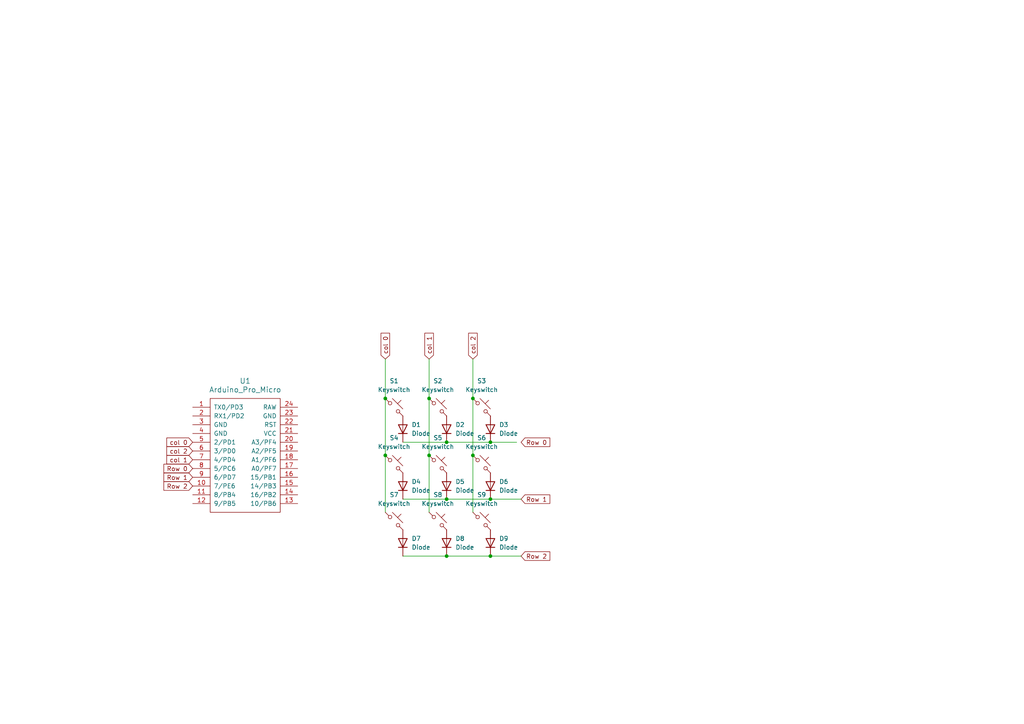
<source format=kicad_sch>
(kicad_sch (version 20250114) (generator "eeschema") (generator_version "9.0")
  (paper "A4")
  (lib_symbols
    (symbol "ScottoKeebs:MCU_Arduino_Pro_Micro" (pin_names (offset 1.016))
      (property "Reference" "U" (at 0 0 0))
      (property "Value" "Arduino_Pro_Micro" (at 0 -19.05 0))
      (symbol "MCU_Arduino_Pro_Micro_0_1"
        (rectangle (start -10.16 16.51) (end 10.16 -16.51))
      )
      (symbol "MCU_Arduino_Pro_Micro_1_1"
        (pin input line (at -15.24 13.97 0) (length 5.08) (name "TX0/PD3") (number "1"))
        (pin input line (at -15.24 11.43 0) (length 5.08) (name "RX1/PD2") (number "2"))
        (pin input line (at -15.24 8.89 0) (length 5.08) (name "GND") (number "3"))
        (pin input line (at -15.24 6.35 0) (length 5.08) (name "GND") (number "4"))
        (pin input line (at -15.24 3.81 0) (length 5.08) (name "2/PD1") (number "5"))
        (pin input line (at -15.24 1.27 0) (length 5.08) (name "3/PD0") (number "6"))
        (pin input line (at -15.24 -1.27 0) (length 5.08) (name "4/PD4") (number "7"))
        (pin input line (at -15.24 -3.81 0) (length 5.08) (name "5/PC6") (number "8"))
        (pin input line (at -15.24 -6.35 0) (length 5.08) (name "6/PD7") (number "9"))
        (pin input line (at -15.24 -8.89 0) (length 5.08) (name "7/PE6") (number "10"))
        (pin input line (at -15.24 -11.43 0) (length 5.08) (name "8/PB4") (number "11"))
        (pin input line (at -15.24 -13.97 0) (length 5.08) (name "9/PB5") (number "12"))
        (pin input line (at 15.24 13.97 180) (length 5.08) (name "RAW") (number "24"))
        (pin input line (at 15.24 11.43 180) (length 5.08) (name "GND") (number "23"))
        (pin input line (at 15.24 8.89 180) (length 5.08) (name "RST") (number "22"))
        (pin input line (at 15.24 6.35 180) (length 5.08) (name "VCC") (number "21"))
        (pin input line (at 15.24 3.81 180) (length 5.08) (name "A3/PF4") (number "20"))
        (pin input line (at 15.24 1.27 180) (length 5.08) (name "A2/PF5") (number "19"))
        (pin input line (at 15.24 -1.27 180) (length 5.08) (name "A1/PF6") (number "18"))
        (pin input line (at 15.24 -3.81 180) (length 5.08) (name "A0/PF7") (number "17"))
        (pin input line (at 15.24 -6.35 180) (length 5.08) (name "15/PB1") (number "16"))
        (pin input line (at 15.24 -8.89 180) (length 5.08) (name "14/PB3") (number "15"))
        (pin input line (at 15.24 -11.43 180) (length 5.08) (name "16/PB2") (number "14"))
        (pin input line (at 15.24 -13.97 180) (length 5.08) (name "10/PB6") (number "13"))
      )
    )
    (symbol "ScottoKeebs:Placeholder_Diode" (pin_numbers (hide yes)) (pin_names (hide yes))
      (property "Reference" "D" (at 0 2.54 0))
      (property "Value" "Diode" (at 0 -2.54 0))
      (symbol "Placeholder_Diode_0_1"
        (polyline (pts (xy -1.27 1.27) (xy -1.27 -1.27)) (stroke (width 0.254)))
        (polyline (pts (xy 1.27 1.27) (xy 1.27 -1.27) (xy -1.27 0) (xy 1.27 1.27)) (stroke (width 0.254)))
        (polyline (pts (xy 1.27 0) (xy -1.27 0)))
      )
      (symbol "Placeholder_Diode_1_1"
        (pin passive line (at -3.81 0 0) (length 2.54) (name "K") (number "1"))
        (pin passive line (at 3.81 0 180) (length 2.54) (name "A") (number "2"))
      )
    )
    (symbol "ScottoKeebs:Placeholder_Keyswitch" (pin_numbers (hide yes)) (pin_names (offset 1.016) (hide yes))
      (property "Reference" "S" (at 3.048 1.016 0))
      (property "Value" "Keyswitch" (at 0 -3.81 0))
      (symbol "Placeholder_Keyswitch_0_1"
        (polyline (pts (xy -2.54 2.54) (xy -1.524 1.524) (xy -1.524 1.524)))
        (circle (center -1.1684 1.1684) (radius 0.508))
        (polyline (pts (xy -0.508 2.54) (xy 2.54 -0.508)))
        (polyline (pts (xy 1.016 1.016) (xy 2.032 2.032)))
        (circle (center 1.143 -1.1938) (radius 0.508))
        (polyline (pts (xy 1.524 -1.524) (xy 2.54 -2.54) (xy 2.54 -2.54) (xy 2.54 -2.54)))
        (pin passive line (at -2.54 2.54 0) (length 0) (name "1") (number "1"))
        (pin passive line (at 2.54 -2.54 180) (length 0) (name "2") (number "2"))
      )
    )
  )
  (junction (at 137.16 115.57))
  (junction (at 142.24 144.78))
  (junction (at 129.54 128.27))
  (junction (at 111.76 132.08))
  (junction (at 111.76 115.57))
  (junction (at 129.54 144.78))
  (junction (at 142.24 128.27))
  (junction (at 142.24 161.29))
  (junction (at 129.54 161.29))
  (junction (at 124.46 132.08))
  (junction (at 137.16 132.08))
  (junction (at 124.46 115.57))
  (wire (pts (xy 111.76 104.14) (xy 111.76 115.57)))
  (wire (pts (xy 124.46 104.14) (xy 124.46 115.57)))
  (wire (pts (xy 129.54 128.27) (xy 142.24 128.27)))
  (wire (pts (xy 142.24 144.78) (xy 151.13 144.78)))
  (wire (pts (xy 116.84 128.27) (xy 129.54 128.27)))
  (wire (pts (xy 111.76 132.08) (xy 111.76 148.59)))
  (wire (pts (xy 137.16 132.08) (xy 137.16 148.59)))
  (wire (pts (xy 137.16 115.57) (xy 137.16 132.08)))
  (wire (pts (xy 124.46 132.08) (xy 124.46 148.59)))
  (wire (pts (xy 111.76 115.57) (xy 111.76 132.08)))
  (wire (pts (xy 116.84 144.78) (xy 129.54 144.78)))
  (wire (pts (xy 149.86 128.27) (xy 142.24 128.27)))
  (wire (pts (xy 129.54 161.29) (xy 142.24 161.29)))
  (wire (pts (xy 142.24 161.29) (xy 151.13 161.29)))
  (wire (pts (xy 116.84 161.29) (xy 129.54 161.29)))
  (wire (pts (xy 124.46 115.57) (xy 124.46 132.08)))
  (wire (pts (xy 137.16 104.14) (xy 137.16 115.57)))
  (wire (pts (xy 129.54 144.78) (xy 142.24 144.78)))
  (global_label "col 2" (shape input) (at 137.16 104.14 90) (property "Intersheetrefs" "${INTERSHEET_REFS}" (effects (hide yes))))
  (global_label "Row 1" (shape input) (at 55.88 138.43 180) (property "Intersheetrefs" "${INTERSHEET_REFS}" (effects (hide yes))))
  (global_label "col 0" (shape input) (at 55.88 128.27 180) (property "Intersheetrefs" "${INTERSHEET_REFS}" (effects (hide yes))))
  (global_label "col 1" (shape input) (at 55.88 133.35 180) (property "Intersheetrefs" "${INTERSHEET_REFS}" (effects (hide yes))))
  (global_label "Row 2" (shape input) (at 55.88 140.97 180) (property "Intersheetrefs" "${INTERSHEET_REFS}" (effects (hide yes))))
  (global_label "Row 1" (shape input) (at 151.13 144.78 0) (property "Intersheetrefs" "${INTERSHEET_REFS}" (effects (hide yes))))
  (global_label "Row 2" (shape input) (at 151.13 161.29 0) (property "Intersheetrefs" "${INTERSHEET_REFS}" (effects (hide yes))))
  (global_label "col 1" (shape input) (at 124.46 104.14 90) (property "Intersheetrefs" "${INTERSHEET_REFS}" (effects (hide yes))))
  (global_label "col 2" (shape input) (at 55.88 130.81 180) (property "Intersheetrefs" "${INTERSHEET_REFS}" (effects (hide yes))))
  (global_label "Row 0" (shape input) (at 55.88 135.89 180) (property "Intersheetrefs" "${INTERSHEET_REFS}" (effects (hide yes))))
  (global_label "col 0" (shape input) (at 111.76 104.14 90) (property "Intersheetrefs" "${INTERSHEET_REFS}" (effects (hide yes))))
  (global_label "Row 0" (shape input) (at 151.13 128.27 0) (property "Intersheetrefs" "${INTERSHEET_REFS}" (effects (hide yes))))
  (symbol (lib_id "ScottoKeebs:Placeholder_Keyswitch") (at 114.3 134.62 0) (unit 1)
    (property "Reference" "S4" (at 114.3 127 0))
    (property "Value" "Keyswitch" (at 114.3 129.54 0))
    (property "Footprint" "ScottoKeebs_MX:MX_PCB_1.00u" (effects (hide yes)))
    (property "Description" "Push button switch, normally open, two pins, 45° tilted" (effects (hide yes)))
  )
  (symbol (lib_id "ScottoKeebs:Placeholder_Keyswitch") (at 127 151.13 0) (unit 1)
    (property "Reference" "S8" (at 127 143.51 0))
    (property "Value" "Keyswitch" (at 127 146.05 0))
    (property "Footprint" "ScottoKeebs_MX:MX_PCB_1.00u" (effects (hide yes)))
    (property "Description" "Push button switch, normally open, two pins, 45° tilted" (effects (hide yes)))
  )
  (symbol (lib_id "ScottoKeebs:Placeholder_Diode") (at 142.24 140.97 90) (unit 1)
    (property "Reference" "D6" (at 144.78 139.6999 90) (effects (justify right)))
    (property "Value" "Diode" (at 144.78 142.2399 90) (effects (justify right)))
    (property "Footprint" "ScottoKeebs_Components:Diode_DO-35" (effects (hide yes)))
    (property "Description" "1N4148 (DO-35) or 1N4148W (SOD-123)" (effects (hide yes)))
    (property "Sim.Device" "D" (effects (hide yes)))
    (property "Sim.Pins" "1=K 2=A" (effects (hide yes)))
  )
  (symbol (lib_id "ScottoKeebs:Placeholder_Diode") (at 116.84 157.48 90) (unit 1)
    (property "Reference" "D7" (at 119.38 156.2099 90) (effects (justify right)))
    (property "Value" "Diode" (at 119.38 158.7499 90) (effects (justify right)))
    (property "Footprint" "ScottoKeebs_Components:Diode_DO-35" (effects (hide yes)))
    (property "Description" "1N4148 (DO-35) or 1N4148W (SOD-123)" (effects (hide yes)))
    (property "Sim.Device" "D" (effects (hide yes)))
    (property "Sim.Pins" "1=K 2=A" (effects (hide yes)))
  )
  (symbol (lib_id "ScottoKeebs:Placeholder_Diode") (at 129.54 140.97 90) (unit 1)
    (property "Reference" "D5" (at 132.08 139.6999 90) (effects (justify right)))
    (property "Value" "Diode" (at 132.08 142.2399 90) (effects (justify right)))
    (property "Footprint" "ScottoKeebs_Components:Diode_DO-35" (effects (hide yes)))
    (property "Description" "1N4148 (DO-35) or 1N4148W (SOD-123)" (effects (hide yes)))
    (property "Sim.Device" "D" (effects (hide yes)))
    (property "Sim.Pins" "1=K 2=A" (effects (hide yes)))
  )
  (symbol (lib_id "ScottoKeebs:Placeholder_Keyswitch") (at 127 118.11 0) (unit 1)
    (property "Reference" "S2" (at 127 110.49 0))
    (property "Value" "Keyswitch" (at 127 113.03 0))
    (property "Footprint" "ScottoKeebs_MX:MX_PCB_1.00u" (effects (hide yes)))
    (property "Description" "Push button switch, normally open, two pins, 45° tilted" (effects (hide yes)))
  )
  (symbol (lib_id "ScottoKeebs:Placeholder_Keyswitch") (at 114.3 118.11 0) (unit 1)
    (property "Reference" "S1" (at 114.3 110.49 0))
    (property "Value" "Keyswitch" (at 114.3 113.03 0))
    (property "Footprint" "ScottoKeebs_MX:MX_PCB_1.00u" (effects (hide yes)))
    (property "Description" "Push button switch, normally open, two pins, 45° tilted" (effects (hide yes)))
  )
  (symbol (lib_id "ScottoKeebs:Placeholder_Diode") (at 116.84 124.46 90) (unit 1)
    (property "Reference" "D1" (at 119.38 123.1899 90) (effects (justify right)))
    (property "Value" "Diode" (at 119.38 125.7299 90) (effects (justify right)))
    (property "Footprint" "ScottoKeebs_Components:Diode_DO-35" (effects (hide yes)))
    (property "Description" "1N4148 (DO-35) or 1N4148W (SOD-123)" (effects (hide yes)))
    (property "Sim.Device" "D" (effects (hide yes)))
    (property "Sim.Pins" "1=K 2=A" (effects (hide yes)))
  )
  (symbol (lib_id "ScottoKeebs:Placeholder_Diode") (at 129.54 124.46 90) (unit 1)
    (property "Reference" "D2" (at 132.08 123.1899 90) (effects (justify right)))
    (property "Value" "Diode" (at 132.08 125.7299 90) (effects (justify right)))
    (property "Footprint" "ScottoKeebs_Components:Diode_DO-35" (effects (hide yes)))
    (property "Description" "1N4148 (DO-35) or 1N4148W (SOD-123)" (effects (hide yes)))
    (property "Sim.Device" "D" (effects (hide yes)))
    (property "Sim.Pins" "1=K 2=A" (effects (hide yes)))
  )
  (symbol (lib_id "ScottoKeebs:MCU_Arduino_Pro_Micro") (at 71.12 132.08 0) (unit 1)
    (property "Reference" "U1" (at 71.12 110.49 0) (effects (font (size 1.524 1.524))))
    (property "Value" "Arduino_Pro_Micro" (at 71.12 113.03 0) (effects (font (size 1.524 1.524))))
    (property "Footprint" "ScottoKeebs_MCU:Arduino_Pro_Micro" (effects (hide yes)))
  )
  (symbol (lib_id "ScottoKeebs:Placeholder_Keyswitch") (at 139.7 134.62 0) (unit 1)
    (property "Reference" "S6" (at 139.7 127 0))
    (property "Value" "Keyswitch" (at 139.7 129.54 0))
    (property "Footprint" "ScottoKeebs_MX:MX_PCB_1.00u" (effects (hide yes)))
    (property "Description" "Push button switch, normally open, two pins, 45° tilted" (effects (hide yes)))
  )
  (symbol (lib_id "ScottoKeebs:Placeholder_Keyswitch") (at 114.3 151.13 0) (unit 1)
    (property "Reference" "S7" (at 114.3 143.51 0))
    (property "Value" "Keyswitch" (at 114.3 146.05 0))
    (property "Footprint" "ScottoKeebs_MX:MX_PCB_1.00u" (effects (hide yes)))
    (property "Description" "Push button switch, normally open, two pins, 45° tilted" (effects (hide yes)))
  )
  (symbol (lib_id "ScottoKeebs:Placeholder_Diode") (at 129.54 157.48 90) (unit 1)
    (property "Reference" "D8" (at 132.08 156.2099 90) (effects (justify right)))
    (property "Value" "Diode" (at 132.08 158.7499 90) (effects (justify right)))
    (property "Footprint" "ScottoKeebs_Components:Diode_DO-35" (effects (hide yes)))
    (property "Description" "1N4148 (DO-35) or 1N4148W (SOD-123)" (effects (hide yes)))
    (property "Sim.Device" "D" (effects (hide yes)))
    (property "Sim.Pins" "1=K 2=A" (effects (hide yes)))
  )
  (symbol (lib_id "ScottoKeebs:Placeholder_Diode") (at 142.24 124.46 90) (unit 1)
    (property "Reference" "D3" (at 144.78 123.1899 90) (effects (justify right)))
    (property "Value" "Diode" (at 144.78 125.7299 90) (effects (justify right)))
    (property "Footprint" "ScottoKeebs_Components:Diode_DO-35" (effects (hide yes)))
    (property "Description" "1N4148 (DO-35) or 1N4148W (SOD-123)" (effects (hide yes)))
    (property "Sim.Device" "D" (effects (hide yes)))
    (property "Sim.Pins" "1=K 2=A" (effects (hide yes)))
  )
  (symbol (lib_id "ScottoKeebs:Placeholder_Diode") (at 116.84 140.97 90) (unit 1)
    (property "Reference" "D4" (at 119.38 139.6999 90) (effects (justify right)))
    (property "Value" "Diode" (at 119.38 142.2399 90) (effects (justify right)))
    (property "Footprint" "ScottoKeebs_Components:Diode_DO-35" (effects (hide yes)))
    (property "Description" "1N4148 (DO-35) or 1N4148W (SOD-123)" (effects (hide yes)))
    (property "Sim.Device" "D" (effects (hide yes)))
    (property "Sim.Pins" "1=K 2=A" (effects (hide yes)))
  )
  (symbol (lib_id "ScottoKeebs:Placeholder_Diode") (at 142.24 157.48 90) (unit 1)
    (property "Reference" "D9" (at 144.78 156.2099 90) (effects (justify right)))
    (property "Value" "Diode" (at 144.78 158.7499 90) (effects (justify right)))
    (property "Footprint" "ScottoKeebs_Components:Diode_DO-35" (effects (hide yes)))
    (property "Description" "1N4148 (DO-35) or 1N4148W (SOD-123)" (effects (hide yes)))
    (property "Sim.Device" "D" (effects (hide yes)))
    (property "Sim.Pins" "1=K 2=A" (effects (hide yes)))
  )
  (symbol (lib_id "ScottoKeebs:Placeholder_Keyswitch") (at 139.7 151.13 0) (unit 1)
    (property "Reference" "S9" (at 139.7 143.51 0))
    (property "Value" "Keyswitch" (at 139.7 146.05 0))
    (property "Footprint" "ScottoKeebs_MX:MX_PCB_1.00u" (effects (hide yes)))
    (property "Description" "Push button switch, normally open, two pins, 45° tilted" (effects (hide yes)))
  )
  (symbol (lib_id "ScottoKeebs:Placeholder_Keyswitch") (at 139.7 118.11 0) (unit 1)
    (property "Reference" "S3" (at 139.7 110.49 0))
    (property "Value" "Keyswitch" (at 139.7 113.03 0))
    (property "Footprint" "ScottoKeebs_MX:MX_PCB_1.00u" (effects (hide yes)))
    (property "Description" "Push button switch, normally open, two pins, 45° tilted" (effects (hide yes)))
  )
  (symbol (lib_id "ScottoKeebs:Placeholder_Keyswitch") (at 127 134.62 0) (unit 1)
    (property "Reference" "S5" (at 127 127 0))
    (property "Value" "Keyswitch" (at 127 129.54 0))
    (property "Footprint" "ScottoKeebs_MX:MX_PCB_1.00u" (effects (hide yes)))
    (property "Description" "Push button switch, normally open, two pins, 45° tilted" (effects (hide yes)))
  )
)
</source>
